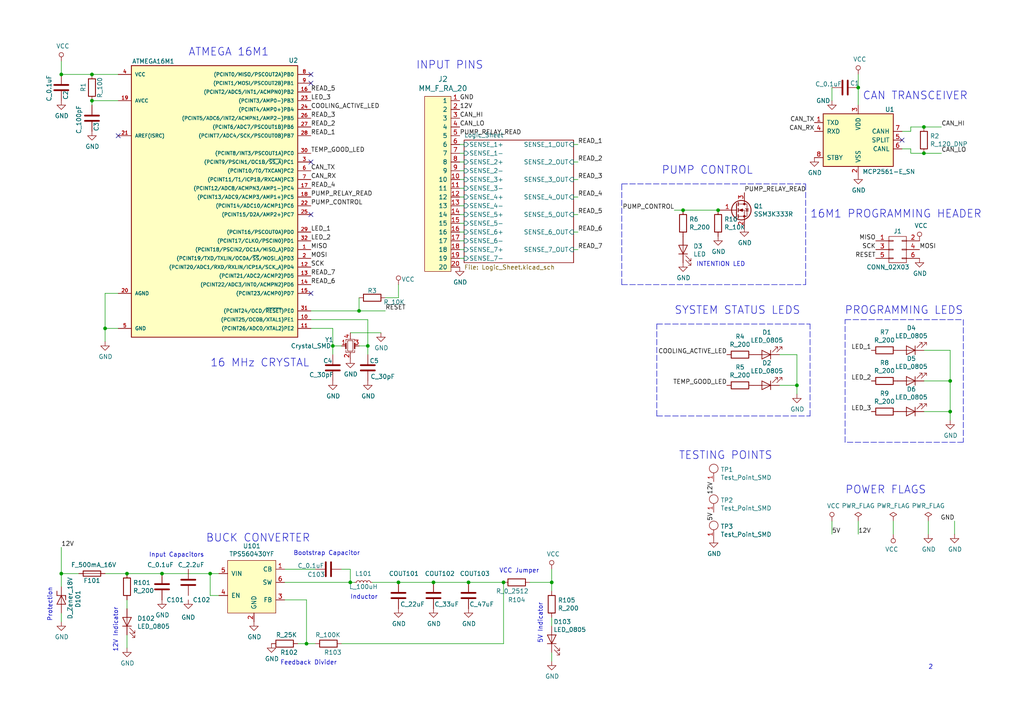
<source format=kicad_sch>
(kicad_sch (version 20211123) (generator eeschema)
  (paper "A4")
  (title_block (title "Cooling Pressure and Temperature Sensing Board") (date "2019-11-18") (rev "2") (company "Olin Electric Motorsports") (comment 1 "Laurel Rodriguez Mitton"))
  (junction (at 17.78 21.59))
  (junction (at 198.12 60.96))
  (junction (at 104.14 90.17))
  (junction (at 231.14 111.76))
  (junction (at 46.99 166.37))
  (junction (at 106.68 100.33))
  (junction (at 26.67 21.59))
  (junction (at 101.6 168.91))
  (junction (at 248.92 25.4))
  (junction (at 60.96 166.37))
  (junction (at 208.28 60.96))
  (junction (at 88.9 186.69))
  (junction (at 26.67 29.21))
  (junction (at 275.59 119.38))
  (junction (at 267.97 44.45))
  (junction (at 115.57 168.91))
  (junction (at 17.78 166.37))
  (junction (at 30.48 95.25))
  (junction (at 146.05 168.91))
  (junction (at 36.83 166.37))
  (junction (at 96.52 100.33))
  (junction (at 267.97 36.83))
  (junction (at 125.73 168.91))
  (junction (at 275.59 110.49))
  (junction (at 160.02 168.91))
  (junction (at 135.89 168.91))
  (no_connect (at 90.17 62.23))
  (no_connect (at 90.17 46.99))
  (no_connect (at 90.17 85.09))
  (no_connect (at 34.29 39.37))
  (no_connect (at 261.62 40.64))
  (no_connect (at 90.17 21.59))
  (no_connect (at 90.17 24.13))
  (wire (pts (xy 82.55 165.1) (xy 91.44 165.1)))
  (polyline (pts (xy 234.95 120.65) (xy 234.95 93.98)))
  (wire (pts (xy 60.96 172.72) (xy 60.96 166.37)))
  (wire (pts (xy 104.14 86.36) (xy 104.14 90.17)))
  (wire (pts (xy 88.9 186.69) (xy 91.44 186.69)))
  (wire (pts (xy 198.12 60.96) (xy 208.28 60.96)))
  (wire (pts (xy 231.14 111.76) (xy 231.14 114.3)))
  (wire (pts (xy 17.78 17.78) (xy 17.78 21.59)))
  (wire (pts (xy 30.48 166.37) (xy 36.83 166.37)))
  (wire (pts (xy 99.06 186.69) (xy 146.05 186.69)))
  (wire (pts (xy 36.83 166.37) (xy 46.99 166.37)))
  (wire (pts (xy 115.57 86.36) (xy 115.57 82.55)))
  (polyline (pts (xy 190.5 120.65) (xy 234.95 120.65)))
  (wire (pts (xy 101.6 168.91) (xy 102.87 168.91)))
  (polyline (pts (xy 279.4 128.27) (xy 245.11 128.27)))
  (polyline (pts (xy 180.34 82.55) (xy 233.68 82.55)))
  (wire (pts (xy 106.68 92.71) (xy 90.17 92.71)))
  (wire (pts (xy 125.73 168.91) (xy 135.89 168.91)))
  (wire (pts (xy 106.68 100.33) (xy 106.68 102.87)))
  (wire (pts (xy 134.62 62.23) (xy 133.35 62.23)))
  (wire (pts (xy 275.59 119.38) (xy 275.59 121.92)))
  (wire (pts (xy 134.62 46.99) (xy 133.35 46.99)))
  (wire (pts (xy 134.62 59.69) (xy 133.35 59.69)))
  (wire (pts (xy 104.14 90.17) (xy 111.76 90.17)))
  (wire (pts (xy 107.95 168.91) (xy 115.57 168.91)))
  (wire (pts (xy 134.62 49.53) (xy 133.35 49.53)))
  (wire (pts (xy 30.48 99.06) (xy 30.48 95.25)))
  (wire (pts (xy 166.37 52.07) (xy 167.64 52.07)))
  (wire (pts (xy 275.59 101.6) (xy 275.59 110.49)))
  (wire (pts (xy 30.48 85.09) (xy 34.29 85.09)))
  (wire (pts (xy 134.62 52.07) (xy 133.35 52.07)))
  (wire (pts (xy 267.97 119.38) (xy 275.59 119.38)))
  (wire (pts (xy 264.16 38.1) (xy 264.16 36.83)))
  (wire (pts (xy 26.67 29.21) (xy 34.29 29.21)))
  (wire (pts (xy 34.29 95.25) (xy 30.48 95.25)))
  (wire (pts (xy 17.78 166.37) (xy 17.78 170.18)))
  (wire (pts (xy 36.83 184.15) (xy 36.83 187.96)))
  (wire (pts (xy 106.68 100.33) (xy 106.68 92.71)))
  (wire (pts (xy 166.37 72.39) (xy 167.64 72.39)))
  (wire (pts (xy 99.06 165.1) (xy 101.6 165.1)))
  (wire (pts (xy 267.97 101.6) (xy 275.59 101.6)))
  (polyline (pts (xy 279.4 92.71) (xy 279.4 128.27)))
  (wire (pts (xy 96.52 100.33) (xy 96.52 95.25)))
  (wire (pts (xy 269.24 151.13) (xy 269.24 154.94)))
  (wire (pts (xy 166.37 62.23) (xy 167.64 62.23)))
  (wire (pts (xy 160.02 191.77) (xy 160.02 189.23)))
  (polyline (pts (xy 180.34 82.55) (xy 180.34 53.34)))
  (wire (pts (xy 259.08 151.13) (xy 259.08 154.94)))
  (wire (pts (xy 104.14 100.33) (xy 106.68 100.33)))
  (wire (pts (xy 134.62 57.15) (xy 133.35 57.15)))
  (wire (pts (xy 146.05 186.69) (xy 146.05 168.91)))
  (wire (pts (xy 166.37 46.99) (xy 167.64 46.99)))
  (wire (pts (xy 135.89 168.91) (xy 146.05 168.91)))
  (wire (pts (xy 276.86 151.13) (xy 276.86 154.94)))
  (wire (pts (xy 17.78 177.8) (xy 17.78 180.34)))
  (wire (pts (xy 134.62 74.93) (xy 133.35 74.93)))
  (wire (pts (xy 226.06 111.76) (xy 231.14 111.76)))
  (wire (pts (xy 134.62 69.85) (xy 133.35 69.85)))
  (wire (pts (xy 60.96 166.37) (xy 63.5 166.37)))
  (wire (pts (xy 241.3 151.13) (xy 241.3 154.94)))
  (wire (pts (xy 248.92 25.4) (xy 248.92 21.59)))
  (wire (pts (xy 30.48 95.25) (xy 30.48 85.09)))
  (wire (pts (xy 166.37 41.91) (xy 167.64 41.91)))
  (wire (pts (xy 82.55 173.99) (xy 88.9 173.99)))
  (wire (pts (xy 26.67 30.48) (xy 26.67 29.21)))
  (wire (pts (xy 264.16 44.45) (xy 267.97 44.45)))
  (wire (pts (xy 134.62 64.77) (xy 133.35 64.77)))
  (wire (pts (xy 248.92 30.48) (xy 248.92 25.4)))
  (polyline (pts (xy 245.11 92.71) (xy 279.4 92.71)))
  (wire (pts (xy 36.83 173.99) (xy 36.83 176.53)))
  (wire (pts (xy 134.62 67.31) (xy 133.35 67.31)))
  (wire (pts (xy 160.02 181.61) (xy 160.02 179.07)))
  (wire (pts (xy 264.16 43.18) (xy 264.16 44.45)))
  (wire (pts (xy 17.78 21.59) (xy 26.67 21.59)))
  (polyline (pts (xy 233.68 82.55) (xy 233.68 53.34)))
  (wire (pts (xy 134.62 72.39) (xy 133.35 72.39)))
  (wire (pts (xy 134.62 54.61) (xy 133.35 54.61)))
  (wire (pts (xy 111.76 86.36) (xy 115.57 86.36)))
  (wire (pts (xy 90.17 90.17) (xy 104.14 90.17)))
  (wire (pts (xy 96.52 102.87) (xy 96.52 100.33)))
  (wire (pts (xy 231.14 102.87) (xy 231.14 111.76)))
  (wire (pts (xy 195.58 60.96) (xy 198.12 60.96)))
  (wire (pts (xy 275.59 110.49) (xy 275.59 119.38)))
  (wire (pts (xy 160.02 171.45) (xy 160.02 168.91)))
  (wire (pts (xy 88.9 173.99) (xy 88.9 186.69)))
  (wire (pts (xy 226.06 102.87) (xy 231.14 102.87)))
  (wire (pts (xy 86.36 186.69) (xy 88.9 186.69)))
  (polyline (pts (xy 180.34 53.34) (xy 233.68 53.34)))
  (wire (pts (xy 101.6 96.52) (xy 110.49 96.52)))
  (wire (pts (xy 96.52 100.33) (xy 99.06 100.33)))
  (wire (pts (xy 166.37 67.31) (xy 167.64 67.31)))
  (wire (pts (xy 261.62 38.1) (xy 264.16 38.1)))
  (wire (pts (xy 267.97 36.83) (xy 273.05 36.83)))
  (wire (pts (xy 17.78 166.37) (xy 22.86 166.37)))
  (wire (pts (xy 101.6 165.1) (xy 101.6 168.91)))
  (wire (pts (xy 115.57 168.91) (xy 125.73 168.91)))
  (wire (pts (xy 82.55 168.91) (xy 101.6 168.91)))
  (wire (pts (xy 160.02 168.91) (xy 160.02 165.1)))
  (wire (pts (xy 166.37 57.15) (xy 167.64 57.15)))
  (wire (pts (xy 63.5 172.72) (xy 60.96 172.72)))
  (wire (pts (xy 241.3 25.4) (xy 241.3 29.21)))
  (wire (pts (xy 134.62 44.45) (xy 133.35 44.45)))
  (wire (pts (xy 248.92 151.13) (xy 248.92 154.94)))
  (wire (pts (xy 264.16 36.83) (xy 267.97 36.83)))
  (wire (pts (xy 17.78 158.75) (xy 17.78 166.37)))
  (wire (pts (xy 134.62 41.91) (xy 133.35 41.91)))
  (polyline (pts (xy 190.5 120.65) (xy 190.5 93.98)))
  (polyline (pts (xy 190.5 93.98) (xy 234.95 93.98)))
  (wire (pts (xy 261.62 43.18) (xy 264.16 43.18)))
  (wire (pts (xy 96.52 95.25) (xy 90.17 95.25)))
  (wire (pts (xy 267.97 110.49) (xy 275.59 110.49)))
  (wire (pts (xy 267.97 44.45) (xy 273.05 44.45)))
  (wire (pts (xy 153.67 168.91) (xy 160.02 168.91)))
  (wire (pts (xy 26.67 21.59) (xy 34.29 21.59)))
  (polyline (pts (xy 245.11 128.27) (xy 245.11 92.71)))
  (wire (pts (xy 46.99 166.37) (xy 60.96 166.37)))
  (text "Feedback Divider\n" (at 81.28 193.04 0) (effects (font (size 1.27 1.27)) (justify left bottom)))
  (text "Protection\n" (at 15.24 180.34 90) (effects (font (size 1.27 1.27)) (justify left bottom)))
  (text "16 MHz CRYSTAL\n" (at 60.96 106.68 0) (effects (font (size 2.2606 2.2606)) (justify left bottom)))
  (text "5V Indicator" (at 157.48 186.69 90) (effects (font (size 1.27 1.27)) (justify left bottom)))
  (text "16M1 PROGRAMMING HEADER\n" (at 234.95 63.5 0) (effects (font (size 2.2606 2.2606)) (justify left bottom)))
  (text "2" (at 269.24 194.31 0) (effects (font (size 1.27 1.27)) (justify left bottom)))
  (text "Bootstrap Capacitor\n" (at 85.09 161.29 0) (effects (font (size 1.27 1.27)) (justify left bottom)))
  (text "TESTING POINTS\n\n" (at 196.85 137.16 0) (effects (font (size 2.2606 2.2606)) (justify left bottom)))
  (text "BUCK CONVERTER\n" (at 59.69 157.48 0) (effects (font (size 2.2606 2.2606)) (justify left bottom)))
  (text "PROGRAMMING LEDS\n" (at 279.4 91.44 180) (effects (font (size 2.2606 2.2606)) (justify right bottom)))
  (text "ATMEGA 16M1\n" (at 54.61 16.51 0) (effects (font (size 2.2606 2.2606)) (justify left bottom)))
  (text "Input Capacitors\n\n" (at 43.18 163.83 0) (effects (font (size 1.27 1.27)) (justify left bottom)))
  (text "INTENTION LED" (at 201.93 77.47 0) (effects (font (size 1.27 1.27)) (justify left bottom)))
  (text "POWER FLAGS\n" (at 245.11 143.51 0) (effects (font (size 2.2606 2.2606)) (justify left bottom)))
  (text "INPUT PINS\n" (at 120.65 20.32 0) (effects (font (size 2.2606 2.2606)) (justify left bottom)))
  (text "PUMP CONTROL" (at 218.44 50.8 180) (effects (font (size 2.2606 2.2606)) (justify right bottom)))
  (text "CAN TRANSCEIVER\n" (at 250.19 29.21 0) (effects (font (size 2.2606 2.2606)) (justify left bottom)))
  (text "12V Indicator" (at 34.29 189.23 90) (effects (font (size 1.27 1.27)) (justify left bottom)))
  (text "Inductor\n" (at 101.6 173.99 0) (effects (font (size 1.27 1.27)) (justify left bottom)))
  (text "SYSTEM STATUS LEDS\n" (at 195.58 91.44 0) (effects (font (size 2.2606 2.2606)) (justify left bottom)))
  (text "VCC Jumper\n" (at 144.78 166.37 0) (effects (font (size 1.27 1.27)) (justify left bottom)))
  (label "SCK" (at 254 72.39 180))
  (label "MOSI" (at 90.17 74.93 0))
  (label "PUMP_RELAY_READ" (at 133.35 39.37 0))
  (label "READ_3" (at 167.64 52.07 0))
  (label "MISO" (at 254 69.85 180))
  (label "RESET" (at 111.76 90.17 0))
  (label "READ_1" (at 167.64 41.91 0))
  (label "LED_2" (at 90.17 69.85 0))
  (label "PUMP_CONTROL" (at 195.58 60.96 180))
  (label "LED_1" (at 90.17 67.31 0))
  (label "CAN_RX" (at 90.17 52.07 0))
  (label "READ_2" (at 167.64 46.99 0))
  (label "READ_4" (at 167.64 57.15 0))
  (label "12V" (at 133.35 31.75 0))
  (label "COOLING_ACTIVE_LED" (at 210.82 102.87 180))
  (label "COOLING_ACTIVE_LED" (at 90.17 31.75 0))
  (label "12V" (at 207.01 139.7 270))
  (label "12V" (at 17.78 158.75 0))
  (label "PUMP_RELAY_READ" (at 90.17 57.15 0))
  (label "READ_7" (at 90.17 80.01 0))
  (label "LED_3" (at 252.73 119.38 180))
  (label "CAN_LO" (at 273.05 44.45 0))
  (label "READ_2" (at 90.17 36.83 0))
  (label "CAN_RX" (at 236.22 38.1 180))
  (label "SCK" (at 90.17 77.47 0))
  (label "CAN_TX" (at 236.22 35.56 180))
  (label "MOSI" (at 266.7 72.39 0))
  (label "READ_5" (at 167.64 62.23 0))
  (label "READ_6" (at 167.64 67.31 0))
  (label "5V" (at 207.01 148.59 270))
  (label "GND" (at 276.86 151.13 180))
  (label "TEMP_GOOD_LED" (at 90.17 44.45 0))
  (label "READ_1" (at 90.17 39.37 0))
  (label "RESET" (at 254 74.93 180))
  (label "12V" (at 248.92 154.94 0))
  (label "READ_4" (at 90.17 54.61 0))
  (label "GND" (at 133.35 29.21 0))
  (label "TEMP_GOOD_LED" (at 210.82 111.76 180))
  (label "MISO" (at 90.17 72.39 0))
  (label "CAN_HI" (at 273.05 36.83 0))
  (label "READ_5" (at 90.17 26.67 0))
  (label "LED_3" (at 90.17 29.21 0))
  (label "CAN_HI" (at 133.35 34.29 0))
  (label "CAN_LO" (at 133.35 36.83 0))
  (label "PUMP_CONTROL" (at 90.17 59.69 0))
  (label "READ_3" (at 90.17 34.29 0))
  (label "5V" (at 241.3 154.94 0))
  (label "CAN_TX" (at 90.17 49.53 0))
  (label "PUMP_RELAY_READ" (at 215.9 55.88 0))
  (label "READ_7" (at 167.64 72.39 0))
  (label "LED_2" (at 252.73 110.49 180))
  (label "READ_6" (at 90.17 82.55 0))
  (label "LED_1" (at 252.73 101.6 180))
  (symbol (lib_id "power:GND") (at 73.66 180.34 0) (unit 1)
    (property "Reference" "#PWR?" (effects hide))
    (property "Value" "GND" (at 73.787 184.7342 0))
  )
  (symbol (lib_id "power:GND") (at 54.61 173.99 0) (unit 1)
    (property "Reference" "#PWR?" (effects hide))
    (property "Value" "GND" (at 54.61 179.07 0))
  )
  (symbol (lib_id "power:GND") (at 46.99 173.99 0) (unit 1)
    (property "Reference" "#PWR?" (effects hide))
    (property "Value" "GND" (at 47.117 178.3842 0))
  )
  (symbol (lib_id "formula:C_0.1uF") (at 95.25 165.1 90) (unit 1)
    (property "Reference" "C103" (at 91.694 166.624 90))
    (property "Value" "C_0.1uF" (at 90.17 164.084 90))
    (property "Footprint" "footprints:C_0805_OEM" (effects hide))
    (property "Datasheet" "http://datasheets.avx.com/X7RDielectric.pdf" (effects hide))
    (property "MFN" "DK" (effects hide))
    (property "MPN" "478-3352-1-ND" (effects hide))
    (property "PurchasingLink" "https://www.digikey.com/products/en?keywords=478-3352-1-ND" (effects hide))
  )
  (symbol (lib_id "formula:C_2.2uF") (at 54.61 170.18 0) (unit 1)
    (property "Reference" "C102" (at 55.88 173.99 0) (effects (justify left)))
    (property "Value" "C_2.2uF" (at 51.562 163.83 0) (effects (justify left)))
    (property "Footprint" "footprints:C_0603_1608Metric" (effects hide))
    (property "Datasheet" "http://www.yageo.com/documents/recent/UPY-GPHC_X5R_4V-to-50V_25.pdf" (effects hide))
    (property "MFN" "DK" (effects hide))
    (property "MPN" "311-1451-1-ND" (effects hide))
    (property "PurchasingLink" "https://www.digikey.com/product-detail/en/yageo/CC0603KRX5R6BB225/311-1451-1-ND/2833757" (effects hide))
  )
  (symbol (lib_id "formula:L_100uH") (at 105.41 168.91 0) (unit 1)
    (property "Reference" "L101" (at 105.41 166.37 0))
    (property "Value" "L_100uH" (at 105.41 170.18 0))
    (property "Footprint" "footprints:L_100uH" (effects hide))
    (property "Datasheet" "https://product.tdk.com/info/en/catalog/datasheets/inductor_commercial_decoupling_nlfv32-ef_en.pdf" (effects hide))
    (property "MFN" "Digikey" (effects hide))
    (property "MPN" "445-15759-1-ND" (effects hide))
    (property "Link" "https://www.digikey.com/product-detail/en/tdk-corporation/NLFV32T-101K-EF/445-15759-1-ND/4328055" (effects hide))
  )
  (symbol (lib_id "formula:C_0.1uF") (at 46.99 170.18 0) (unit 1)
    (property "Reference" "C101" (at 48.26 173.99 0) (effects (justify left)))
    (property "Value" "C_0.1uF" (at 42.672 163.83 0) (effects (justify left)))
    (property "Footprint" "footprints:C_0805_OEM" (effects hide))
    (property "Datasheet" "http://datasheets.avx.com/X7RDielectric.pdf" (effects hide))
    (property "MFN" "DK" (effects hide))
    (property "MPN" "478-3352-1-ND" (effects hide))
    (property "PurchasingLink" "https://www.digikey.com/products/en?keywords=478-3352-1-ND" (effects hide))
  )
  (symbol (lib_id "formula:R_100K") (at 95.25 186.69 270) (unit 1)
    (property "Reference" "R103" (at 93.98 189.23 90) (effects (justify left)))
    (property "Value" "R_100K" (at 91.44 184.15 90) (effects (justify left)))
    (property "Footprint" "footprints:R_0805_OEM" (effects hide))
    (property "Datasheet" "https://industrial.panasonic.com/cdbs/www-data/pdf/RDA0000/AOA0000C304.pdf" (effects hide))
    (property "MFN" "DK" (effects hide))
    (property "MPN" "P100KCCT-ND" (effects hide))
    (property "PurchasingLink" "https://www.digikey.com/product-detail/en/panasonic-electronic-components/ERJ-6ENF1003V/P100KCCT-ND/119551" (effects hide))
  )
  (symbol (lib_id "power:GND") (at 269.24 154.94 0) (unit 1)
    (property "Reference" "#PWR?" (effects hide))
    (property "Value" "GND" (at 269.367 159.3342 0))
  )
  (symbol (lib_id "formula:C_22uF") (at 115.57 172.72 0) (unit 1)
    (property "Reference" "COUT101" (at 112.776 166.37 0) (effects (justify left)))
    (property "Value" "C_22uF" (at 116.078 175.26 0) (effects (justify left)))
    (property "Footprint" "footprints:C_1206_OEM" (effects hide))
    (property "Datasheet" "https://product.tdk.com/info/en/catalog/datasheets/mlcc_commercial_general_en.pdf" (effects hide))
    (property "MFN" "DK" (effects hide))
    (property "MPN" "445-11693-1-ND" (effects hide))
    (property "PurchasingLink" "https://www.digikey.com/product-detail/en/tdk-corporation/C3216JB1C226M160AB/445-11693-1-ND/3953359" (effects hide))
  )
  (symbol (lib_id "formula:C_47uF") (at 135.89 172.72 0) (unit 1)
    (property "Reference" "COUT103" (at 133.35 166.37 0) (effects (justify left)))
    (property "Value" "C_47uF" (at 136.144 175.26 0) (effects (justify left)))
    (property "Footprint" "footprints:C_0805_OEM" (effects hide))
    (property "Datasheet" "http://www.samsungsem.com/kr/support/product-search/mlcc/__icsFiles/afieldfile/2018/06/22/CL21A476MQYNNNG.pdf" (effects hide))
    (property "MFN" "DK" (effects hide))
    (property "MPN" "1276-6467-1-ND" (effects hide))
    (property "PurchasingLink" "https://www.digikey.com/product-detail/en/samsung-electro-mechanics/CL21A476MQYNNNG/1276-6467-1-ND/5958095" (effects hide))
  )
  (symbol (lib_id "formula:C_33uF") (at 125.73 172.72 0) (unit 1)
    (property "Reference" "COUT102" (at 123.19 166.37 0) (effects (justify left)))
    (property "Value" "C_33uF" (at 125.984 175.26 0) (effects (justify left)))
    (property "Footprint" "footprints:Fuse_1812" (effects hide))
    (property "Datasheet" "https://product.tdk.com/info/en/catalog/datasheets/mlcc_commercial_general_en.pdf" (effects hide))
    (property "MFN" "C4532X7R1C336M250KC" (effects hide))
    (property "MPN" "445-3924-1-ND" (effects hide))
    (property "PurchasingLink" "https://www.digikey.com/product-detail/en/tdk-corporation/C4532X7R1C336M250KC/445-3924-1-ND/1923431" (effects hide))
  )
  (symbol (lib_id "formula:R_25K") (at 82.55 186.69 270) (unit 1)
    (property "Reference" "R102" (at 81.28 189.23 90) (effects (justify left)))
    (property "Value" "R_25K" (at 80.01 184.15 90) (effects (justify left)))
    (property "Footprint" "footprints:R_0805_OEM" (effects hide))
    (property "Datasheet" "https://www.te.com/commerce/DocumentDelivery/DDEController?Action=srchrtrv&DocNm=1773200-1&DocType=DS&DocLang=English" (effects hide))
    (property "MFN" "A124124CT-ND" (effects hide))
    (property "Digi-key Part Number" "CPF-A-0805B25KE" (effects hide))
    (property "PurchasingLink" "https://www.digikey.com/product-detail/en/te-connectivity-passive-product/CPF-A-0805B25KE/A124124CT-ND/5970044" (effects hide))
  )
  (symbol (lib_id "formula:F_500mA_16V") (at 26.67 166.37 270) (unit 1)
    (property "Reference" "F101" (at 26.67 168.402 90))
    (property "Value" "F_500mA_16V" (at 27.178 163.83 90))
    (property "Footprint" "footprints:Fuse_1210" (effects hide))
    (property "Datasheet" "https://belfuse.com/resources/CircuitProtection/datasheets/0ZCH%20Nov2016.pdf" (effects hide))
    (property "MFN" "DK" (effects hide))
    (property "MPN" "507-1786-1-ND" (effects hide))
    (property "PurchasingLink" "https://www.digikey.com/product-detail/en/bel-fuse-inc/0ZCH0050FF2G/507-1786-1-ND/4156209" (effects hide))
  )
  (symbol (lib_id "formula:R_0_2512") (at 149.86 168.91 90) (unit 1)
    (property "Reference" "R104" (at 149.86 173.99 90))
    (property "Value" "R_0_2512" (at 148.59 171.45 90))
    (property "Footprint" "footprints:R_2512_OEM" (effects hide))
    (property "Datasheet" "http://www.te.com/commerce/DocumentDelivery/DDEController?Action=srchrtrv&DocNm=9-1773463-7&DocType=DS&DocLang=English" (effects hide))
    (property "MFN" "DK" (effects hide))
    (property "MPN" "A121322CT-ND" (effects hide))
    (property "PurchasingLink" "https://www.digikey.com/products/en?keywords=A121322CT-ND" (effects hide))
  )
  (symbol (lib_id "formula:LED_0805") (at 160.02 185.42 90) (unit 1)
    (property "Reference" "D103" (at 160.528 180.34 90) (effects (justify right)))
    (property "Value" "LED_0805" (at 160.528 182.626 90) (effects (justify right)))
    (property "Footprint" "footprints:LED_0805_OEM" (effects hide))
    (property "Datasheet" "http://www.osram-os.com/Graphics/XPic9/00078860_0.pdf" (effects hide))
    (property "MFN" "DK" (effects hide))
    (property "MPN" "475-1410-1-ND" (effects hide))
    (property "PurchasingLink" "https://www.digikey.com/products/en?keywords=475-1410-1-ND" (effects hide))
  )
  (symbol (lib_id "formula:R_200") (at 160.02 175.26 0) (unit 1)
    (property "Reference" "R105" (at 161.798 174.0916 0) (effects (justify left)))
    (property "Value" "R_200" (at 161.798 176.403 0) (effects (justify left)))
    (property "Footprint" "footprints:R_0805_OEM" (effects hide))
    (property "Datasheet" "https://www.seielect.com/Catalog/SEI-RMCF_RMCP.pdf" (effects hide))
    (property "MFN" "DK" (effects hide))
    (property "MPN" "RMCF0805JT200RCT-ND" (effects hide))
    (property "PurchasingLink" "https://www.digikey.com/products/en?keywords=RMCF0805JT200RCT-ND" (effects hide))
  )
  (symbol (lib_id "power:GND") (at 160.02 191.77 0) (unit 1)
    (property "Reference" "#PWR?" (effects hide))
    (property "Value" "GND" (at 160.147 196.1642 0))
  )
  (symbol (lib_id "formula:D_Zener_18V") (at 17.78 173.99 270) (unit 1)
    (property "Reference" "D101" (at 22.606 173.736 0))
    (property "Value" "D_Zener_18V" (at 20.32 173.482 0))
    (property "Footprint" "footprints:DO-214AA" (effects hide))
    (property "Datasheet" "http://www.mccsemi.com/up_pdf/SMBJ5338B-SMBJ5388B(SMB).pdf" (effects hide))
    (property "MFN" "DK" (effects hide))
    (property "MPN" "SMBJ5355B-TPMSCT-ND" (effects hide))
    (property "PurchasingLink" "https://www.digikey.com/products/en?keywords=SMBJ5355B-TPMSCT-ND" (effects hide))
  )
  (symbol (lib_id "power:GND") (at 17.78 180.34 0) (unit 1)
    (property "Reference" "#PWR?" (effects hide))
    (property "Value" "GND" (at 17.907 184.7342 0))
  )
  (symbol (lib_id "formula:LED_0805") (at 36.83 180.34 90) (unit 1)
    (property "Reference" "D102" (at 39.8018 179.3748 90) (effects (justify right)))
    (property "Value" "LED_0805" (at 39.8018 181.6862 90) (effects (justify right)))
    (property "Footprint" "footprints:LED_0805_OEM" (effects hide))
    (property "Datasheet" "http://www.osram-os.com/Graphics/XPic9/00078860_0.pdf" (effects hide))
    (property "MFN" "DK" (effects hide))
    (property "MPN" "475-1410-1-ND" (effects hide))
    (property "PurchasingLink" "https://www.digikey.com/products/en?keywords=475-1410-1-ND" (effects hide))
  )
  (symbol (lib_id "formula:R_200") (at 36.83 170.18 0) (unit 1)
    (property "Reference" "R101" (at 38.608 169.0116 0) (effects (justify left)))
    (property "Value" "R_200" (at 38.608 171.323 0) (effects (justify left)))
    (property "Footprint" "footprints:R_0805_OEM" (effects hide))
    (property "Datasheet" "https://www.seielect.com/Catalog/SEI-RMCF_RMCP.pdf" (effects hide))
    (property "MFN" "DK" (effects hide))
    (property "MPN" "RMCF0805JT200RCT-ND" (effects hide))
    (property "PurchasingLink" "https://www.digikey.com/products/en?keywords=RMCF0805JT200RCT-ND" (effects hide))
  )
  (symbol (lib_id "power:GND") (at 36.83 187.96 0) (unit 1)
    (property "Reference" "#PWR?" (effects hide))
    (property "Value" "GND" (at 36.957 192.3542 0))
  )
  (symbol (lib_id "formula:TPS560430YF") (at 72.39 170.18 0) (unit 1)
    (property "Reference" "U101" (at 73.025 158.369 0))
    (property "Value" "TPS560430YF" (at 73.025 160.6804 0))
    (property "Footprint" "footprints:SOT-23-6_OEM" (effects hide))
    (property "Datasheet" "http://www.ti.com/lit/ds/symlink/tps560430.pdf" (effects hide))
    (property "MPN" "TPS560430YFDBVR" (effects hide))
    (property "MFN" "TPS560430YFDBVR-ND" (effects hide))
    (property "Purchasing Link" "https://www.digikey.com/product-detail/en/texas-instruments/TPS560430XDBVR/296-50420-6-ND/9685813" (effects hide))
  )
  (symbol (lib_id "power:GND") (at 78.74 186.69 0) (unit 1)
    (property "Reference" "#PWR?" (effects hide))
    (property "Value" "GND" (at 78.867 191.0842 0))
  )
  (symbol (lib_id "power:GND") (at 115.57 176.53 0) (unit 1)
    (property "Reference" "#PWR?" (effects hide))
    (property "Value" "GND" (at 115.697 180.9242 0))
  )
  (symbol (lib_id "power:GND") (at 125.73 176.53 0) (unit 1)
    (property "Reference" "#PWR?" (effects hide))
    (property "Value" "GND" (at 125.857 180.9242 0))
  )
  (symbol (lib_id "power:GND") (at 135.89 176.53 0) (unit 1)
    (property "Reference" "#PWR?" (effects hide))
    (property "Value" "GND" (at 136.017 180.9242 0))
  )
  (symbol (lib_id "formula:ATMEGA16M1") (at 62.23 64.77 0) (unit 1)
    (property "Reference" "U2" (at 85.09 17.526 0))
    (property "Value" "ATMEGA16M1" (at 44.45 17.78 0))
    (property "Footprint" "footprints:TQFP-32_7x7mm_Pitch0.8mm" (effects hide))
    (property "Datasheet" "http://ww1.microchip.com/downloads/en/DeviceDoc/Atmel-8209-8-bit%20AVR%20ATmega16M1-32M1-64M1_Datasheet.pdf" (effects hide))
    (property "MFN" "DK" (effects hide))
    (property "MPN" "ATMEGA16M1-AU-ND" (effects hide))
    (property "PurchasingLink" "https://www.digikey.com/product-detail/en/atmel/ATMEGA16M1-AU/ATMEGA16M1-AU-ND/2271208" (effects hide))
  )
  (symbol (lib_id "formula:R_100") (at 26.67 25.4 0) (unit 1)
    (property "Reference" "R1" (at 24.13 26.67 90) (effects (justify left)))
    (property "Value" "R_100" (at 28.956 28.448 90) (effects (justify left)))
    (property "Footprint" "footprints:R_0805_OEM" (effects hide))
    (property "Datasheet" "https://www.seielect.com/Catalog/SEI-rncp.pdf" (effects hide))
    (property "MFN" "DK" (effects hide))
    (property "MPN" "RNCP0805FTD100RCT-ND" (effects hide))
    (property "PurchasingLink" "https://www.digikey.com/products/en?keywords=RNCP0805FTD100RCT-ND" (effects hide))
  )
  (symbol (lib_id "formula:C_0.1uF") (at 17.78 25.4 0) (unit 1)
    (property "Reference" "C2" (at 19.05 28.956 90) (effects (justify left)))
    (property "Value" "C_0.1uF" (at 14.224 29.464 90) (effects (justify left)))
    (property "Footprint" "footprints:C_0805_OEM" (effects hide))
    (property "Datasheet" "http://datasheets.avx.com/X7RDielectric.pdf" (effects hide))
    (property "MFN" "DK" (effects hide))
    (property "MPN" "478-3352-1-ND" (effects hide))
    (property "PurchasingLink" "https://www.digikey.com/products/en?keywords=478-3352-1-ND" (effects hide))
  )
  (symbol (lib_id "formula:C_100pF") (at 26.67 34.29 0) (unit 1)
    (property "Reference" "C3" (at 27.94 38.1 90) (effects (justify left)))
    (property "Value" "C_100pF" (at 22.86 38.862 90) (effects (justify left)))
    (property "Footprint" "footprints:C_0805_OEM" (effects hide))
    (property "Datasheet" "https://katalog.we-online.de/pbs/datasheet/885012007057.pdf" (effects hide))
    (property "MFN" "DK" (effects hide))
    (property "MPN" "732-7852-1-ND" (effects hide))
    (property "PurchasingLink" "https://www.digikey.com/product-detail/en/wurth-electronics-inc/885012007057/732-7852-1-ND/5454479" (effects hide))
  )
  (symbol (lib_id "power:GND") (at 17.78 29.21 0) (unit 1)
    (property "Reference" "#PWR?" (effects hide))
    (property "Value" "GND" (at 17.907 33.6042 0))
  )
  (symbol (lib_id "power:GND") (at 26.67 38.1 0) (unit 1)
    (property "Reference" "#PWR?" (effects hide))
    (property "Value" "GND" (at 26.797 42.4942 0))
  )
  (symbol (lib_id "formula:Crystal_SMD") (at 101.6 100.33 0) (unit 1)
    (property "Reference" "Y1" (at 94.234 98.552 0) (effects (justify left)))
    (property "Value" "Crystal_SMD" (at 84.328 100.33 0) (effects (justify left)))
    (property "Footprint" "footprints:Crystal_SMD_FA238" (effects hide))
    (property "Datasheet" "http://www.txccorp.com/download/products/quartz_crystals/2015TXC_7M_17.pdf" (effects hide))
    (property "MFN" "DK" (effects hide))
    (property "MPN" "887-1125-1-ND" (effects hide))
    (property "PurchasingLink" "https://www.digikey.com/product-detail/en/txc-corporation/7M-16.000MAAJ-T/887-1125-1-ND/2119014" (effects hide))
  )
  (symbol (lib_id "formula:C_30pF") (at 96.52 106.68 0) (unit 1)
    (property "Reference" "C4" (at 93.726 104.648 0) (effects (justify left)))
    (property "Value" "C_30pF" (at 89.662 108.712 0) (effects (justify left)))
    (property "Footprint" "footprints:C_0805_OEM" (effects hide))
    (property "Datasheet" "https://media.digikey.com/pdf/Data%20Sheets/Samsung%20PDFs/CL_Series_MLCC_ds.pdf" (effects hide))
    (property "MFN" "DK" (effects hide))
    (property "MPN" "1276-1130-1-ND" (effects hide))
    (property "PurchasingLink" "https://www.digikey.com/product-detail/en/samsung-electro-mechanics-america-inc/CL21C300JBANNNC/1276-1130-1-ND/3889216" (effects hide))
  )
  (symbol (lib_id "formula:C_30pF") (at 106.68 106.68 0) (unit 1)
    (property "Reference" "C5" (at 107.188 104.648 0) (effects (justify left)))
    (property "Value" "C_30pF" (at 107.442 109.22 0) (effects (justify left)))
    (property "Footprint" "footprints:C_0805_OEM" (effects hide))
    (property "Datasheet" "https://media.digikey.com/pdf/Data%20Sheets/Samsung%20PDFs/CL_Series_MLCC_ds.pdf" (effects hide))
    (property "MFN" "DK" (effects hide))
    (property "MPN" "1276-1130-1-ND" (effects hide))
    (property "PurchasingLink" "https://www.digikey.com/product-detail/en/samsung-electro-mechanics-america-inc/CL21C300JBANNNC/1276-1130-1-ND/3889216" (effects hide))
  )
  (symbol (lib_id "formula:R_10K") (at 107.95 86.36 270) (unit 1)
    (property "Reference" "R3" (at 107.95 84.328 90))
    (property "Value" "R_10K" (at 114.3 87.63 90))
    (property "Footprint" "footprints:R_0805_OEM" (effects hide))
    (property "Datasheet" "http://www.bourns.com/data/global/pdfs/CRS.pdf" (effects hide))
    (property "MFN" "DK" (effects hide))
    (property "MPN" "CRS0805-FX-1002ELFCT-ND" (effects hide))
    (property "PurchasingLink" "https://www.digikey.com/products/en?keywords=CRS0805-FX-1002ELFCT-ND" (effects hide))
  )
  (symbol (lib_id "power:GND") (at 96.52 110.49 0) (unit 1)
    (property "Reference" "#PWR?" (effects hide))
    (property "Value" "GND" (at 96.647 114.8842 0))
  )
  (symbol (lib_id "power:GND") (at 106.68 110.49 0) (unit 1)
    (property "Reference" "#PWR?" (effects hide))
    (property "Value" "GND" (at 106.807 114.8842 0))
  )
  (symbol (lib_id "power:GND") (at 101.6 104.14 0) (unit 1)
    (property "Reference" "#PWR?" (effects hide))
    (property "Value" "GND" (at 101.727 108.5342 0))
  )
  (symbol (lib_id "power:GND") (at 110.49 96.52 0) (unit 1)
    (property "Reference" "#PWR?" (effects hide))
    (property "Value" "GND" (at 110.617 100.9142 0))
  )
  (symbol (lib_id "power:VCC") (at 115.57 82.55 0) (unit 1)
    (property "Reference" "#PWR?" (effects hide))
    (property "Value" "VCC" (at 118.364 81.026 0))
  )
  (symbol (lib_id "power:GND") (at 30.48 99.06 0) (unit 1)
    (property "Reference" "#PWR?" (effects hide))
    (property "Value" "GND" (at 30.607 103.4542 0))
  )
  (symbol (lib_id "formula:MCP2561-E_SN") (at 248.92 40.64 0) (unit 1)
    (property "Reference" "U1" (at 258.064 31.75 0))
    (property "Value" "MCP2561-E_SN" (at 257.81 49.784 0))
    (property "Footprint" "footprints:SOIC-8_3.9x4.9mm_Pitch1.27mm_OEM" (effects hide))
    (property "Datasheet" "http://www.microchip.com/mymicrochip/filehandler.aspx?ddocname=en561044" (effects hide))
    (property "MFN" "DK" (effects hide))
    (property "MPN" "MCP2561-E/SN-ND" (effects hide))
    (property "PurchasingLink" "https://www.digikey.com/products/en?keywords=mcp2561-e%2Fsn" (effects hide))
  )
  (symbol (lib_id "formula:C_0.1uF") (at 245.11 25.4 270) (unit 1)
    (property "Reference" "C1" (at 247.904 24.13 90))
    (property "Value" "C_0.1uF" (at 240.284 24.384 90))
    (property "Footprint" "footprints:C_0805_OEM" (effects hide))
    (property "Datasheet" "http://datasheets.avx.com/X7RDielectric.pdf" (effects hide))
    (property "MFN" "DK" (effects hide))
    (property "MPN" "478-3352-1-ND" (effects hide))
    (property "PurchasingLink" "https://www.digikey.com/products/en?keywords=478-3352-1-ND" (effects hide))
  )
  (symbol (lib_id "power:VCC") (at 248.92 21.59 0) (unit 1)
    (property "Reference" "#PWR?" (effects hide))
    (property "Value" "VCC" (at 249.3518 17.1958 0))
  )
  (symbol (lib_id "power:GND") (at 241.3 29.21 0) (unit 1)
    (property "Reference" "#PWR?" (effects hide))
    (property "Value" "GND" (at 238.76 29.21 0))
  )
  (symbol (lib_id "power:GND") (at 248.92 50.8 0) (unit 1)
    (property "Reference" "#PWR?" (effects hide))
    (property "Value" "GND" (at 249.047 55.1942 0))
  )
  (symbol (lib_id "power:GND") (at 236.22 45.72 0) (unit 1)
    (property "Reference" "#PWR?" (effects hide))
    (property "Value" "GND" (at 236.347 50.1142 0))
  )
  (symbol (lib_id "power:PWR_FLAG") (at 248.92 151.13 0) (unit 1)
    (property "Reference" "#FLG?" (effects hide))
    (property "Value" "PWR_FLAG" (at 248.92 146.7104 0))
  )
  (symbol (lib_id "power:PWR_FLAG") (at 259.08 151.13 0) (unit 1)
    (property "Reference" "#FLG?" (effects hide))
    (property "Value" "PWR_FLAG" (at 259.08 146.7104 0))
  )
  (symbol (lib_id "power:PWR_FLAG") (at 269.24 151.13 0) (unit 1)
    (property "Reference" "#FLG?" (effects hide))
    (property "Value" "PWR_FLAG" (at 269.24 146.7104 0))
  )
  (symbol (lib_id "power:VCC") (at 259.08 154.94 180) (unit 1)
    (property "Reference" "#PWR?" (effects hide))
    (property "Value" "VCC" (at 258.6228 159.3342 0))
  )
  (symbol (lib_id "power:VCC") (at 241.3 151.13 0) (unit 1)
    (property "Reference" "#PWR?" (effects hide))
    (property "Value" "VCC" (at 241.7318 146.7358 0))
  )
  (symbol (lib_id "power:GND") (at 276.86 154.94 0) (unit 1)
    (property "Reference" "#PWR?" (effects hide))
    (property "Value" "GND" (at 276.987 159.3342 0))
  )
  (symbol (lib_id "formula:CONN_02X03") (at 260.35 72.39 0) (unit 1)
    (property "Reference" "J1" (at 260.35 67.056 0))
    (property "Value" "CONN_02X03" (at 257.556 77.47 0))
    (property "Footprint" "footprints:Pin_Header_Straight_2x03" (effects hide))
    (property "Datasheet" "http://portal.fciconnect.com/Comergent//fci/drawing/67996.pdf" (effects hide))
    (property "MFN" "DK" (effects hide))
    (property "MPN" "609-3234-ND" (effects hide))
    (property "PurchasingLink" "https://www.digikey.com/product-detail/en/amphenol-fci/67997-206HLF/609-3234-ND/1878491" (effects hide))
  )
  (symbol (lib_id "power:GND") (at 266.7 74.93 0) (unit 1)
    (property "Reference" "#PWR?" (effects hide))
    (property "Value" "GND" (at 266.827 79.3242 0))
  )
  (symbol (lib_id "power:VCC") (at 266.7 69.85 0) (unit 1)
    (property "Reference" "#PWR?" (effects hide))
    (property "Value" "VCC" (at 267.1318 65.4558 0))
  )
  (symbol (lib_id "power:VCC") (at 17.78 17.78 0) (unit 1)
    (property "Reference" "#PWR?" (effects hide))
    (property "Value" "VCC" (at 18.2118 13.3858 0))
  )
  (symbol (lib_id "formula:MM_F_RA_20") (at 129.54 57.15 0) (unit 1)
    (property "Reference" "J2" (at 128.4732 22.9362 0) (effects (font (size 1.524 1.524))))
    (property "Value" "MM_F_RA_20" (at 128.4732 25.6286 0) (effects (font (size 1.524 1.524))))
    (property "Footprint" "footprints:micromatch_female_ra_20" (effects hide))
    (property "Datasheet" "http://www.te.com/commerce/DocumentDelivery/DDEController?Action=srchrtrv&DocNm=338070&DocType=Customer+Drawing&DocLang=English&DocFormat=pdf&PartCntxt=2-338070-0" (effects hide))
    (property "MFN" "TE" (effects hide))
    (property "MPN" "2-338070-0" (effects hide))
    (property "PurchasingLink" "http://www.te.com/usa-en/product-2-338070-0.html" (effects hide))
  )
  (symbol (lib_id "formula:LED_0805") (at 222.25 102.87 180) (unit 1)
    (property "Reference" "D1" (at 222.4278 96.393 0))
    (property "Value" "LED_0805" (at 222.4278 98.7044 0))
    (property "Footprint" "footprints:LED_0805_OEM" (effects hide))
    (property "Datasheet" "http://www.osram-os.com/Graphics/XPic9/00078860_0.pdf" (effects hide))
    (property "MFN" "DK" (effects hide))
    (property "MPN" "475-1410-1-ND" (effects hide))
    (property "PurchasingLink" "https://www.digikey.com/products/en?keywords=475-1410-1-ND" (effects hide))
  )
  (symbol (lib_id "formula:LED_0805") (at 222.25 111.76 180) (unit 1)
    (property "Reference" "D2" (at 222.4278 105.283 0))
    (property "Value" "LED_0805" (at 222.4278 107.5944 0))
    (property "Footprint" "footprints:LED_0805_OEM" (effects hide))
    (property "Datasheet" "http://www.osram-os.com/Graphics/XPic9/00078860_0.pdf" (effects hide))
    (property "MFN" "DK" (effects hide))
    (property "MPN" "475-1410-1-ND" (effects hide))
    (property "PurchasingLink" "https://www.digikey.com/products/en?keywords=475-1410-1-ND" (effects hide))
  )
  (symbol (lib_id "power:GND") (at 231.14 114.3 0) (unit 1)
    (property "Reference" "#PWR?" (effects hide))
    (property "Value" "GND" (at 231.267 118.6942 0))
  )
  (symbol (lib_id "formula:R_200") (at 214.63 102.87 90) (unit 1)
    (property "Reference" "R4" (at 214.63 97.6122 90))
    (property "Value" "R_200" (at 214.63 99.9236 90))
    (property "Footprint" "footprints:R_0805_OEM" (effects hide))
    (property "Datasheet" "https://www.seielect.com/Catalog/SEI-RMCF_RMCP.pdf" (effects hide))
    (property "MFN" "DK" (effects hide))
    (property "MPN" "RMCF0805JT200RCT-ND" (effects hide))
    (property "PurchasingLink" "https://www.digikey.com/products/en?keywords=RMCF0805JT200RCT-ND" (effects hide))
  )
  (symbol (lib_id "formula:R_200") (at 214.63 111.76 90) (unit 1)
    (property "Reference" "R5" (at 214.63 106.5022 90))
    (property "Value" "R_200" (at 214.63 108.8136 90))
    (property "Footprint" "footprints:R_0805_OEM" (effects hide))
    (property "Datasheet" "https://www.seielect.com/Catalog/SEI-RMCF_RMCP.pdf" (effects hide))
    (property "MFN" "DK" (effects hide))
    (property "MPN" "RMCF0805JT200RCT-ND" (effects hide))
    (property "PurchasingLink" "https://www.digikey.com/products/en?keywords=RMCF0805JT200RCT-ND" (effects hide))
  )
  (symbol (lib_id "formula:R_200") (at 256.54 101.6 90) (unit 1)
    (property "Reference" "R7" (at 256.54 96.3422 90))
    (property "Value" "R_200" (at 256.54 98.6536 90))
    (property "Footprint" "footprints:R_0805_OEM" (effects hide))
    (property "Datasheet" "https://www.seielect.com/Catalog/SEI-RMCF_RMCP.pdf" (effects hide))
    (property "MFN" "DK" (effects hide))
    (property "MPN" "RMCF0805JT200RCT-ND" (effects hide))
    (property "PurchasingLink" "https://www.digikey.com/products/en?keywords=RMCF0805JT200RCT-ND" (effects hide))
  )
  (symbol (lib_id "formula:LED_0805") (at 264.16 101.6 180) (unit 1)
    (property "Reference" "D4" (at 264.3378 95.123 0))
    (property "Value" "LED_0805" (at 264.3378 97.4344 0))
    (property "Footprint" "footprints:LED_0805_OEM" (effects hide))
    (property "Datasheet" "http://www.osram-os.com/Graphics/XPic9/00078860_0.pdf" (effects hide))
    (property "MFN" "DK" (effects hide))
    (property "MPN" "475-1410-1-ND" (effects hide))
    (property "PurchasingLink" "https://www.digikey.com/products/en?keywords=475-1410-1-ND" (effects hide))
  )
  (symbol (lib_id "formula:R_200") (at 256.54 110.49 90) (unit 1)
    (property "Reference" "R8" (at 256.54 105.2322 90))
    (property "Value" "R_200" (at 256.54 107.5436 90))
    (property "Footprint" "footprints:R_0805_OEM" (effects hide))
    (property "Datasheet" "https://www.seielect.com/Catalog/SEI-RMCF_RMCP.pdf" (effects hide))
    (property "MFN" "DK" (effects hide))
    (property "MPN" "RMCF0805JT200RCT-ND" (effects hide))
    (property "PurchasingLink" "https://www.digikey.com/products/en?keywords=RMCF0805JT200RCT-ND" (effects hide))
  )
  (symbol (lib_id "formula:R_200") (at 256.54 119.38 90) (unit 1)
    (property "Reference" "R9" (at 256.54 114.1222 90))
    (property "Value" "R_200" (at 256.54 116.4336 90))
    (property "Footprint" "footprints:R_0805_OEM" (effects hide))
    (property "Datasheet" "https://www.seielect.com/Catalog/SEI-RMCF_RMCP.pdf" (effects hide))
    (property "MFN" "DK" (effects hide))
    (property "MPN" "RMCF0805JT200RCT-ND" (effects hide))
    (property "PurchasingLink" "https://www.digikey.com/products/en?keywords=RMCF0805JT200RCT-ND" (effects hide))
  )
  (symbol (lib_id "formula:LED_0805") (at 264.16 110.49 180) (unit 1)
    (property "Reference" "D5" (at 264.3378 104.013 0))
    (property "Value" "LED_0805" (at 264.3378 106.3244 0))
    (property "Footprint" "footprints:LED_0805_OEM" (effects hide))
    (property "Datasheet" "http://www.osram-os.com/Graphics/XPic9/00078860_0.pdf" (effects hide))
    (property "MFN" "DK" (effects hide))
    (property "MPN" "475-1410-1-ND" (effects hide))
    (property "PurchasingLink" "https://www.digikey.com/products/en?keywords=475-1410-1-ND" (effects hide))
  )
  (symbol (lib_id "formula:LED_0805") (at 264.16 119.38 180) (unit 1)
    (property "Reference" "D6" (at 264.3378 112.903 0))
    (property "Value" "LED_0805" (at 264.3378 115.2144 0))
    (property "Footprint" "footprints:LED_0805_OEM" (effects hide))
    (property "Datasheet" "http://www.osram-os.com/Graphics/XPic9/00078860_0.pdf" (effects hide))
    (property "MFN" "DK" (effects hide))
    (property "MPN" "475-1410-1-ND" (effects hide))
    (property "PurchasingLink" "https://www.digikey.com/products/en?keywords=475-1410-1-ND" (effects hide))
  )
  (symbol (lib_id "power:GND") (at 275.59 121.92 0) (unit 1)
    (property "Reference" "#PWR?" (effects hide))
    (property "Value" "GND" (at 275.717 126.3142 0))
  )
  (symbol (lib_id "formula:R_120_DNP") (at 267.97 40.64 0) (unit 1)
    (property "Reference" "R2" (at 269.748 39.4716 0) (effects (justify left)))
    (property "Value" "R_120_DNP" (at 269.748 41.783 0) (effects (justify left)))
    (property "Footprint" "footprints:R_0805_OEM" (effects hide))
    (property "Datasheet" "https://www.mouser.com/datasheet/2/315/AOA0000C304-1149620.pdf" (effects hide))
    (property "MFN" "DK" (effects hide))
    (property "MPN" "667-ERJ-6ENF1200V" (effects hide))
    (property "PurchasingLink" "https://www.mouser.com/ProductDetail/Panasonic-Industrial-Devices/ERJ-6ENF1200V?qs=sGAEpiMZZMvdGkrng054t8AJgcdMkx7x%252bFQnctTMUmU%3d" (effects hide))
  )
  (symbol (lib_id "power:GND") (at 133.35 77.47 0) (unit 1)
    (property "Reference" "#PWR?" (effects hide))
    (property "Value" "GND" (at 133.477 81.8642 0))
  )
  (symbol (lib_id "power:VCC") (at 160.02 165.1 0) (unit 1)
    (property "Reference" "#PWR?" (effects hide))
    (property "Value" "VCC" (at 160.4518 160.7058 0))
  )
  (symbol (lib_id "formula:SSM3K333R") (at 213.36 60.96 0) (unit 1)
    (property "Reference" "Q1" (at 218.5924 59.7916 0) (effects (justify left)))
    (property "Value" "SSM3K333R" (at 218.5924 62.103 0) (effects (justify left)))
    (property "Footprint" "footprints:SOT-23F" (effects hide))
    (property "Datasheet" "https://drive.google.com/drive/folders/0B-V-iZf33Y4GNzhDQTJZanJRbVk" (effects hide))
    (property "MFN" "DK" (effects hide))
    (property "MPN" "SSM3K333RLFCT-ND" (effects hide))
    (property "PurchasingLink" "https://www.digikey.com/product-detail/en/toshiba-semiconductor-and-storage/SSM3K333RLF/SSM3K333RLFCT-ND/3522391" (effects hide))
  )
  (symbol (lib_id "power:GND") (at 215.9 66.04 0) (unit 1)
    (property "Reference" "#PWR?" (effects hide))
    (property "Value" "GND" (at 216.027 70.4342 0))
  )
  (symbol (lib_id "formula:R_10K") (at 208.28 64.77 180) (unit 1)
    (property "Reference" "R10" (at 210.058 63.6016 0) (effects (justify right)))
    (property "Value" "R_10K" (at 210.058 65.913 0) (effects (justify right)))
    (property "Footprint" "footprints:R_0805_OEM" (effects hide))
    (property "Datasheet" "http://www.bourns.com/data/global/pdfs/CRS.pdf" (effects hide))
    (property "MFN" "DK" (effects hide))
    (property "MPN" "CRS0805-FX-1002ELFCT-ND" (effects hide))
    (property "PurchasingLink" "https://www.digikey.com/products/en?keywords=CRS0805-FX-1002ELFCT-ND" (effects hide))
  )
  (symbol (lib_id "Device:LED") (at 198.12 72.39 90) (unit 1)
    (property "Reference" "D3" (at 201.0918 71.3994 90) (effects (justify right)))
    (property "Value" "LED" (at 201.0918 73.7108 90) (effects (justify right)))
  )
  (symbol (lib_id "power:GND") (at 198.12 76.2 0) (unit 1)
    (property "Reference" "#PWR?" (effects hide))
    (property "Value" "GND" (at 198.247 80.5942 0))
  )
  (symbol (lib_id "formula:R_200") (at 198.12 64.77 180) (unit 1)
    (property "Reference" "R6" (at 199.898 63.6016 0) (effects (justify right)))
    (property "Value" "R_200" (at 199.898 65.913 0) (effects (justify right)))
    (property "Footprint" "footprints:R_0805_OEM" (effects hide))
    (property "Datasheet" "https://www.seielect.com/Catalog/SEI-RMCF_RMCP.pdf" (effects hide))
    (property "MFN" "DK" (effects hide))
    (property "MPN" "RMCF0805JT200RCT-ND" (effects hide))
    (property "PurchasingLink" "https://www.digikey.com/products/en?keywords=RMCF0805JT200RCT-ND" (effects hide))
  )
  (symbol (lib_id "power:GND") (at 208.28 68.58 0) (unit 1)
    (property "Reference" "#PWR?" (effects hide))
    (property "Value" "GND" (at 208.407 72.9742 0))
  )
  (symbol (lib_id "formula:Test_Point_SMD") (at 207.01 138.43 0) (unit 1)
    (property "Reference" "TP1" (at 208.9912 136.1948 0) (effects (justify left)))
    (property "Value" "Test_Point_SMD" (at 208.9912 138.5062 0) (effects (justify left)))
    (property "Footprint" "footprints:Test_Point_SMD" (effects hide))
  )
  (symbol (lib_id "formula:Test_Point_SMD") (at 207.01 154.94 0) (unit 1)
    (property "Reference" "TP3" (at 208.9912 152.7048 0) (effects (justify left)))
    (property "Value" "Test_Point_SMD" (at 208.9912 155.0162 0) (effects (justify left)))
    (property "Footprint" "footprints:Test_Point_SMD" (effects hide))
  )
  (symbol (lib_id "power:GND") (at 207.01 156.21 0) (unit 1)
    (property "Reference" "#PWR?" (effects hide))
    (property "Value" "GND" (at 207.137 160.6042 0))
  )
  (symbol (lib_id "formula:Test_Point_SMD") (at 207.01 147.32 0) (unit 1)
    (property "Reference" "TP2" (at 208.9912 145.0848 0) (effects (justify left)))
    (property "Value" "Test_Point_SMD" (at 208.9912 147.3962 0) (effects (justify left)))
    (property "Footprint" "footprints:Test_Point_SMD" (effects hide))
  )
  (sheet (at 134.62 40.64) (size 31.75 35.56)
    (property "Sheet name" "Logic_Sheet" (at 134.62 39.9284 0) (effects (justify left bottom)))
    (property "Sheet file" "Logic_Sheet.kicad_sch" (at 134.62 76.7846 0) (effects (justify left top)))
    (pin "SENSE_1-" input (at 134.62 44.45 180))
    (pin "SENSE_1+" input (at 134.62 41.91 180))
    (pin "SENSE_1_OUT" input (at 166.37 41.91 0))
    (pin "SENSE_2-" input (at 134.62 49.53 180))
    (pin "SENSE_2+" input (at 134.62 46.99 180))
    (pin "SENSE_2_OUT" input (at 166.37 46.99 0))
    (pin "SENSE_3-" input (at 134.62 54.61 180))
    (pin "SENSE_3+" input (at 134.62 52.07 180))
    (pin "SENSE_3_OUT" input (at 166.37 52.07 0))
    (pin "SENSE_4-" input (at 134.62 59.69 180))
    (pin "SENSE_4+" input (at 134.62 57.15 180))
    (pin "SENSE_4_OUT" input (at 166.37 57.15 0))
    (pin "SENSE_5-" input (at 134.62 64.77 180))
    (pin "SENSE_5+" input (at 134.62 62.23 180))
    (pin "SENSE_5_OUT" input (at 166.37 62.23 0))
    (pin "SENSE_6-" input (at 134.62 69.85 180))
    (pin "SENSE_6+" input (at 134.62 67.31 180))
    (pin "SENSE_6_OUT" input (at 166.37 67.31 0))
    (pin "SENSE_7-" input (at 134.62 74.93 180))
    (pin "SENSE_7+" input (at 134.62 72.39 180))
    (pin "SENSE_7_OUT" input (at 166.37 72.39 0))
  )
)
</source>
